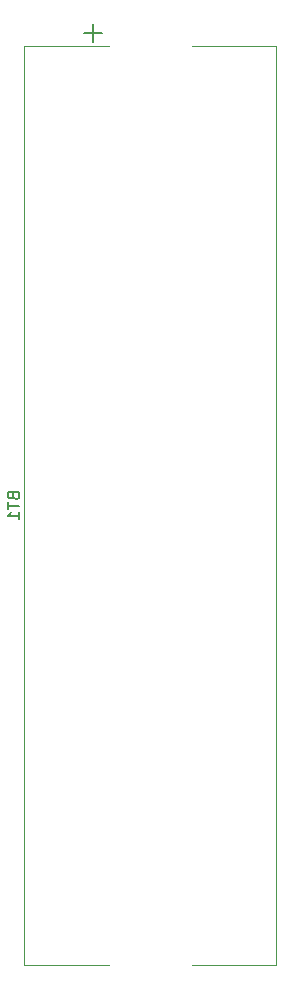
<source format=gbr>
%TF.GenerationSoftware,KiCad,Pcbnew,9.0.6*%
%TF.CreationDate,2025-11-27T10:25:12-05:00*%
%TF.ProjectId,Proyecto 2,50726f79-6563-4746-9f20-322e6b696361,rev?*%
%TF.SameCoordinates,Original*%
%TF.FileFunction,Legend,Bot*%
%TF.FilePolarity,Positive*%
%FSLAX46Y46*%
G04 Gerber Fmt 4.6, Leading zero omitted, Abs format (unit mm)*
G04 Created by KiCad (PCBNEW 9.0.6) date 2025-11-27 10:25:12*
%MOMM*%
%LPD*%
G01*
G04 APERTURE LIST*
%ADD10C,0.150000*%
%ADD11C,0.120000*%
G04 APERTURE END LIST*
D10*
X185355932Y-82312517D02*
X185403551Y-82455374D01*
X185403551Y-82455374D02*
X185451170Y-82502993D01*
X185451170Y-82502993D02*
X185546408Y-82550612D01*
X185546408Y-82550612D02*
X185689265Y-82550612D01*
X185689265Y-82550612D02*
X185784503Y-82502993D01*
X185784503Y-82502993D02*
X185832123Y-82455374D01*
X185832123Y-82455374D02*
X185879742Y-82360136D01*
X185879742Y-82360136D02*
X185879742Y-81979184D01*
X185879742Y-81979184D02*
X184879742Y-81979184D01*
X184879742Y-81979184D02*
X184879742Y-82312517D01*
X184879742Y-82312517D02*
X184927361Y-82407755D01*
X184927361Y-82407755D02*
X184974980Y-82455374D01*
X184974980Y-82455374D02*
X185070218Y-82502993D01*
X185070218Y-82502993D02*
X185165456Y-82502993D01*
X185165456Y-82502993D02*
X185260694Y-82455374D01*
X185260694Y-82455374D02*
X185308313Y-82407755D01*
X185308313Y-82407755D02*
X185355932Y-82312517D01*
X185355932Y-82312517D02*
X185355932Y-81979184D01*
X184879742Y-82836327D02*
X184879742Y-83407755D01*
X185879742Y-83122041D02*
X184879742Y-83122041D01*
X185879742Y-84264898D02*
X185879742Y-83693470D01*
X185879742Y-83979184D02*
X184879742Y-83979184D01*
X184879742Y-83979184D02*
X185022599Y-83883946D01*
X185022599Y-83883946D02*
X185117837Y-83788708D01*
X185117837Y-83788708D02*
X185165456Y-83693470D01*
X192110456Y-42336327D02*
X192110456Y-43860137D01*
X192872361Y-43098232D02*
X191348551Y-43098232D01*
D11*
%TO.C,BT1*%
X186269923Y-44208232D02*
X186269923Y-121988232D01*
X186269923Y-121988232D02*
X193444923Y-121988232D01*
X193444923Y-44208232D02*
X186269923Y-44208232D01*
X200464923Y-121988232D02*
X207639923Y-121988232D01*
X207639923Y-44208232D02*
X200464923Y-44208232D01*
X207639923Y-121988232D02*
X207639923Y-44208232D01*
%TD*%
M02*

</source>
